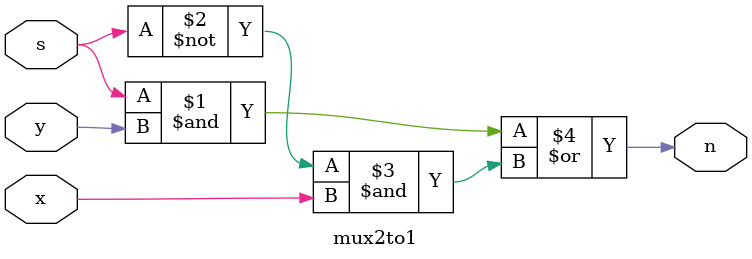
<source format=v>


module mux2(LEDR, SW);
    input [9:0] SW;
    output [9:0] LEDR;

    mux4to1 u0(
        .u(SW[0]),
        .v(SW[1]),
        .w(SW[2]),
		  .x(SW[3]),
		  .s0(SW[8]),
		  .s1(SW[9]),
        .m(LEDR[0])
        );
endmodule

module mux4to1(u,v,w,x,s0,s1,m);
	input u; // selected when s1 is 0 and s0 is 0
	input v; // selected when s1 is 0 and s0 is 1
	input w; //selected when s1 is 1 and s0 is 0
	input x; //selected when s1 is 1 and s0 is 1
	input s0;
	input s1;
	output m;
	
	wire connection1;
	wire connection2;
	
	mux2to1 m0(
        .x(u),
        .y(v),
        .s(s0),
        .n(connection1)
        );
		  
	mux2to1 m1(
        .x(w),
        .y(x),
        .s(s0),
        .n(connection2)
        );
		  
	mux2to1 m2(
        .x(connection1),
        .y(connection2),
        .s(s1),
        .n(m)
        );
		   
endmodule


module mux2to1(x, y, s, n);
	input x; //selected when s is 0
	input y; //selected when s is 1
   input s; //select signal
   output n; //output
  
    assign n = s & y | ~s & x;

endmodule
</source>
